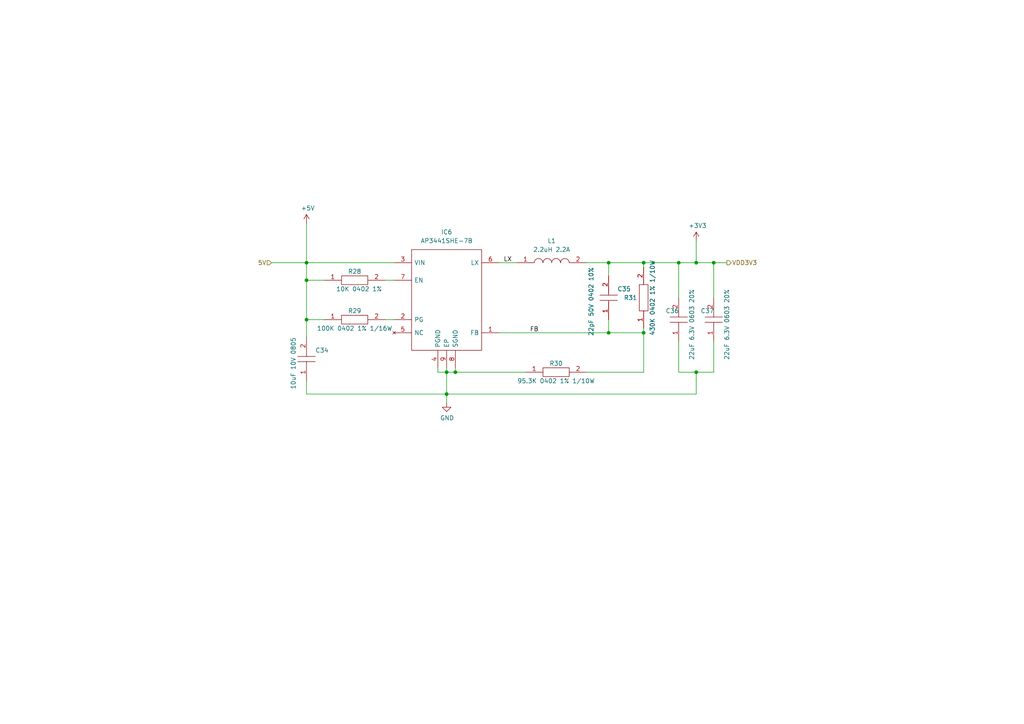
<source format=kicad_sch>
(kicad_sch (version 20231120) (generator "eeschema") (generator_version "8.0")
  (paper "A4")
  (lib_symbols
    (symbol "global_lib:1239AS-H-2R2M=P2" (pin_names (offset 0.762))
      (property "Reference" "L" (at 16.51 6.35 0))
      (property "Value" "1239AS-H-2R2M=P2" (at 16.51 3.81 0))
      (symbol "1239AS-H-2R2M=P2_0_0"
        (pin passive line (at 0 0 0) (length 5.08) (name "~") (number "1"))
        (pin passive line (at 20.32 0 180) (length 5.08) (name "~") (number "2"))
      )
      (symbol "1239AS-H-2R2M=P2_0_1"
        (arc (start 7.62 0) (mid 6.35 1.2202) (end 5.08 0) (stroke (width 0.1524)))
        (arc (start 10.16 0) (mid 8.89 1.2202) (end 7.62 0) (stroke (width 0.1524)))
        (arc (start 12.7 0) (mid 11.43 1.2202) (end 10.16 0) (stroke (width 0.1524)))
        (arc (start 15.24 0) (mid 13.97 1.2202) (end 12.7 0) (stroke (width 0.1524)))
      )
    )
    (symbol "global_lib:AC0402FR-0710KL" (pin_names (offset 0.762))
      (property "Reference" "R" (at 13.97 6.35 0))
      (property "Value" "AC0402FR-0710KL" (at 13.97 3.81 0))
      (symbol "AC0402FR-0710KL_0_0"
        (pin passive line (at 0 0 0) (length 5.08) (name "~") (number "1"))
        (pin passive line (at 17.78 0 180) (length 5.08) (name "~") (number "2"))
      )
      (symbol "AC0402FR-0710KL_0_1"
        (polyline (pts (xy 5.08 1.27) (xy 12.7 1.27) (xy 12.7 -1.27) (xy 5.08 -1.27) (xy 5.08 1.27)) (stroke (width 0.1524)))
      )
    )
    (symbol "global_lib:AP3441SHE-7B" (pin_names (offset 0.762))
      (property "Reference" "IC" (at 26.67 7.62 0))
      (property "Value" "AP3441SHE-7B" (at 26.67 5.08 0))
      (symbol "AP3441SHE-7B_0_0"
        (pin passive line (at 30.48 -10.16 180) (length 5.08) (name "FB") (number "1"))
        (pin passive line (at 0 -6.35 0) (length 5.08) (name "PG") (number "2"))
        (pin passive line (at 0 10.16 0) (length 5.08) (name "VIN") (number "3"))
        (pin passive line (at 12.7 -20.32 90) (length 5.08) (name "PGND") (number "4"))
        (pin no_connect line (at 0 -10.16 0) (length 5.08) (name "NC") (number "5"))
        (pin passive line (at 30.48 10.16 180) (length 5.08) (name "LX") (number "6"))
        (pin passive line (at 0 5.08 0) (length 5.08) (name "EN") (number "7"))
        (pin passive line (at 17.78 -20.32 90) (length 5.08) (name "SGND") (number "8"))
        (pin passive line (at 15.24 -20.32 90) (length 5.08) (name "EP") (number "9"))
      )
      (symbol "AP3441SHE-7B_0_1"
        (polyline (pts (xy 5.08 13.97) (xy 25.4 13.97) (xy 25.4 -15.24) (xy 5.08 -15.24) (xy 5.08 13.97)) (stroke (width 0.1524)))
      )
    )
    (symbol "global_lib:C0402C220K5RACTU" (pin_names (offset 0.762))
      (property "Reference" "C" (at 8.89 6.35 0))
      (property "Value" "C0402C220K5RACTU" (at 8.89 3.81 0))
      (symbol "C0402C220K5RACTU_0_0"
        (pin passive line (at 0 0 0) (length 5.08) (name "~") (number "1"))
        (pin passive line (at 12.7 0 180) (length 5.08) (name "~") (number "2"))
      )
      (symbol "C0402C220K5RACTU_0_1"
        (polyline (pts (xy 5.08 0) (xy 5.588 0)) (stroke (width 0.1524)))
        (polyline (pts (xy 5.588 2.54) (xy 5.588 -2.54)) (stroke (width 0.1524)))
        (polyline (pts (xy 7.112 0) (xy 7.62 0)) (stroke (width 0.1524)))
        (polyline (pts (xy 7.112 2.54) (xy 7.112 -2.54)) (stroke (width 0.1524)))
      )
    )
    (symbol "global_lib:ERJ-U02F4303X" (pin_names (offset 0.762))
      (property "Reference" "R" (at 13.97 6.35 0))
      (property "Value" "ERJ-U02F4303X" (at 13.97 3.81 0))
      (symbol "ERJ-U02F4303X_0_0"
        (pin passive line (at 0 0 0) (length 5.08) (name "~") (number "1"))
        (pin passive line (at 17.78 0 180) (length 5.08) (name "~") (number "2"))
      )
      (symbol "ERJ-U02F4303X_0_1"
        (polyline (pts (xy 5.08 1.27) (xy 12.7 1.27) (xy 12.7 -1.27) (xy 5.08 -1.27) (xy 5.08 1.27)) (stroke (width 0.1524)))
      )
    )
    (symbol "global_lib:ERJ-U02F9532X" (pin_names (offset 0.762))
      (property "Reference" "R" (at 13.97 6.35 0))
      (property "Value" "ERJ-U02F9532X" (at 13.97 3.81 0))
      (symbol "ERJ-U02F9532X_0_0"
        (pin passive line (at 0 0 0) (length 5.08) (name "~") (number "1"))
        (pin passive line (at 17.78 0 180) (length 5.08) (name "~") (number "2"))
      )
      (symbol "ERJ-U02F9532X_0_1"
        (polyline (pts (xy 5.08 1.27) (xy 12.7 1.27) (xy 12.7 -1.27) (xy 5.08 -1.27) (xy 5.08 1.27)) (stroke (width 0.1524)))
      )
    )
    (symbol "global_lib:GRM188R60J226MEA0D" (pin_names (offset 0.762))
      (property "Reference" "C" (at 8.89 6.35 0))
      (property "Value" "GRM188R60J226MEA0D" (at 8.89 3.81 0))
      (symbol "GRM188R60J226MEA0D_0_0"
        (pin passive line (at 0 0 0) (length 5.08) (name "~") (number "1"))
        (pin passive line (at 12.7 0 180) (length 5.08) (name "~") (number "2"))
      )
      (symbol "GRM188R60J226MEA0D_0_1"
        (polyline (pts (xy 5.08 0) (xy 5.588 0)) (stroke (width 0.1524)))
        (polyline (pts (xy 5.588 2.54) (xy 5.588 -2.54)) (stroke (width 0.1524)))
        (polyline (pts (xy 7.112 0) (xy 7.62 0)) (stroke (width 0.1524)))
        (polyline (pts (xy 7.112 2.54) (xy 7.112 -2.54)) (stroke (width 0.1524)))
      )
    )
    (symbol "global_lib:SFR01MZPF1003" (pin_names (offset 0.762))
      (property "Reference" "R" (at 13.97 6.35 0))
      (property "Value" "SFR01MZPF1003" (at 13.97 3.81 0))
      (symbol "SFR01MZPF1003_0_0"
        (pin passive line (at 0 0 0) (length 5.08) (name "~") (number "1"))
        (pin passive line (at 17.78 0 180) (length 5.08) (name "~") (number "2"))
      )
      (symbol "SFR01MZPF1003_0_1"
        (polyline (pts (xy 5.08 1.27) (xy 12.7 1.27) (xy 12.7 -1.27) (xy 5.08 -1.27) (xy 5.08 1.27)) (stroke (width 0.1524)))
      )
    )
    (symbol "my_cap:LMK212ABJ106KG8T" (pin_names (offset 0.762))
      (property "Reference" "C" (at 8.89 6.35 0))
      (property "Value" "LMK212ABJ106KG8T" (at 8.89 3.81 0))
      (symbol "LMK212ABJ106KG8T_0_0"
        (pin passive line (at 0 0 0) (length 5.08) (name "~") (number "1"))
        (pin passive line (at 12.7 0 180) (length 5.08) (name "~") (number "2"))
      )
      (symbol "LMK212ABJ106KG8T_0_1"
        (polyline (pts (xy 5.08 0) (xy 5.588 0)) (stroke (width 0.1524)))
        (polyline (pts (xy 5.588 2.54) (xy 5.588 -2.54)) (stroke (width 0.1524)))
        (polyline (pts (xy 7.112 0) (xy 7.62 0)) (stroke (width 0.1524)))
        (polyline (pts (xy 7.112 2.54) (xy 7.112 -2.54)) (stroke (width 0.1524)))
      )
    )
    (symbol "power:+3V3" (power) (pin_names (offset 0))
      (property "Value" "+3V3" (at 0 3.556 0))
      (symbol "+3V3_0_1"
        (polyline (pts (xy -0.762 1.27) (xy 0 2.54)))
        (polyline (pts (xy 0 0) (xy 0 2.54)))
        (polyline (pts (xy 0 2.54) (xy 0.762 1.27)))
      )
      (symbol "+3V3_1_1"
        (pin power_in line (at 0 0 90) (length 0) hide (name "+3V3") (number "1"))
      )
    )
    (symbol "power:+5V" (power) (pin_names (offset 0))
      (property "Value" "+5V" (at 0 3.556 0))
      (symbol "+5V_0_1"
        (polyline (pts (xy -0.762 1.27) (xy 0 2.54)))
        (polyline (pts (xy 0 0) (xy 0 2.54)))
        (polyline (pts (xy 0 2.54) (xy 0.762 1.27)))
      )
      (symbol "+5V_1_1"
        (pin power_in line (at 0 0 90) (length 0) hide (name "+5V") (number "1"))
      )
    )
    (symbol "power:GND" (power) (pin_names (offset 0))
      (property "Value" "GND" (at 0 -3.81 0))
      (symbol "GND_0_1"
        (polyline (pts (xy 0 0) (xy 0 -1.27) (xy 1.27 -1.27) (xy 0 -2.54) (xy -1.27 -1.27) (xy 0 -1.27)))
      )
      (symbol "GND_1_1"
        (pin power_in line (at 0 0 270) (length 0) hide (name "GND") (number "1"))
      )
    )
  )
  (junction (at 186.69 96.52))
  (junction (at 176.53 76.2))
  (junction (at 201.93 107.95))
  (junction (at 88.9 81.28))
  (junction (at 176.53 96.52))
  (junction (at 132.08 107.95))
  (junction (at 88.9 92.71))
  (junction (at 186.69 76.2))
  (junction (at 207.01 76.2))
  (junction (at 129.54 107.95))
  (junction (at 129.54 114.3))
  (junction (at 201.93 76.2))
  (junction (at 196.85 76.2))
  (junction (at 88.9 76.2))
  (wire (pts (xy 129.54 114.3) (xy 129.54 116.84)))
  (wire (pts (xy 93.98 81.28) (xy 88.9 81.28)))
  (wire (pts (xy 144.78 96.52) (xy 176.53 96.52)))
  (wire (pts (xy 111.76 81.28) (xy 114.3 81.28)))
  (wire (pts (xy 196.85 76.2) (xy 201.93 76.2)))
  (wire (pts (xy 201.93 107.95) (xy 196.85 107.95)))
  (wire (pts (xy 78.74 76.2) (xy 88.9 76.2)))
  (wire (pts (xy 186.69 76.2) (xy 196.85 76.2)))
  (wire (pts (xy 132.08 107.95) (xy 152.4 107.95)))
  (wire (pts (xy 201.93 107.95) (xy 207.01 107.95)))
  (wire (pts (xy 88.9 64.77) (xy 88.9 76.2)))
  (wire (pts (xy 196.85 86.36) (xy 196.85 76.2)))
  (wire (pts (xy 207.01 86.36) (xy 207.01 76.2)))
  (wire (pts (xy 207.01 107.95) (xy 207.01 99.06)))
  (wire (pts (xy 207.01 76.2) (xy 210.82 76.2)))
  (wire (pts (xy 196.85 107.95) (xy 196.85 99.06)))
  (wire (pts (xy 186.69 77.47) (xy 186.69 76.2)))
  (wire (pts (xy 88.9 110.49) (xy 88.9 114.3)))
  (wire (pts (xy 88.9 92.71) (xy 88.9 97.79)))
  (wire (pts (xy 88.9 76.2) (xy 114.3 76.2)))
  (wire (pts (xy 186.69 96.52) (xy 186.69 95.25)))
  (wire (pts (xy 129.54 107.95) (xy 132.08 107.95)))
  (wire (pts (xy 170.18 76.2) (xy 176.53 76.2)))
  (wire (pts (xy 186.69 107.95) (xy 170.18 107.95)))
  (wire (pts (xy 176.53 96.52) (xy 186.69 96.52)))
  (wire (pts (xy 127 107.95) (xy 129.54 107.95)))
  (wire (pts (xy 176.53 76.2) (xy 186.69 76.2)))
  (wire (pts (xy 129.54 106.68) (xy 129.54 107.95)))
  (wire (pts (xy 129.54 107.95) (xy 129.54 114.3)))
  (wire (pts (xy 144.78 76.2) (xy 149.86 76.2)))
  (wire (pts (xy 88.9 92.71) (xy 88.9 81.28)))
  (wire (pts (xy 201.93 76.2) (xy 207.01 76.2)))
  (wire (pts (xy 127 106.68) (xy 127 107.95)))
  (wire (pts (xy 186.69 96.52) (xy 186.69 107.95)))
  (wire (pts (xy 129.54 114.3) (xy 201.93 114.3)))
  (wire (pts (xy 176.53 92.71) (xy 176.53 96.52)))
  (wire (pts (xy 201.93 69.85) (xy 201.93 76.2)))
  (wire (pts (xy 111.76 92.71) (xy 114.3 92.71)))
  (wire (pts (xy 176.53 80.01) (xy 176.53 76.2)))
  (wire (pts (xy 88.9 81.28) (xy 88.9 76.2)))
  (wire (pts (xy 129.54 114.3) (xy 88.9 114.3)))
  (wire (pts (xy 201.93 114.3) (xy 201.93 107.95)))
  (wire (pts (xy 132.08 106.68) (xy 132.08 107.95)))
  (wire (pts (xy 93.98 92.71) (xy 88.9 92.71)))
  (label "FB" (at 153.67 96.52 0))
  (label "LX" (at 146.05 76.2 0))
  (hierarchical_label "VDD3V3" (shape output) (at 210.82 76.2 0))
  (hierarchical_label "5V" (shape input) (at 78.74 76.2 180))
  (symbol (lib_id "power:+5V") (at 88.9 64.77 0) (unit 1)
    (property "Reference" "#PWR034" (effects (hide yes)))
    (property "Value" "+5V" (at 89.281 60.3758 0))
  )
  (symbol (lib_id "power:+3V3") (at 201.93 69.85 0) (unit 1)
    (property "Reference" "#PWR036" (effects (hide yes)))
    (property "Value" "+3V3" (at 202.311 65.4558 0))
  )
  (symbol (lib_id "power:GND") (at 129.54 116.84 0) (unit 1)
    (property "Reference" "#PWR035" (effects (hide yes)))
    (property "Value" "GND" (at 129.667 121.2342 0))
  )
  (symbol (lib_id "global_lib:GRM188R60J226MEA0D") (at 196.85 99.06 90) (unit 1)
    (property "Reference" "C36" (at 193.04 90.17 90) (effects (justify right)))
    (property "Value" "22uF 6.3V 0603 20%" (at 200.66 83.82 0) (effects (justify right)))
    (property "Footprint" "C_0603_1608Metric" (effects (hide yes)))
    (property "Datasheet" "https://psearch.en.murata.com/capacitor/product/GRM188R60J226MEA0%23.html" (effects (hide yes)))
    (property "Description" "Multilayer Ceramic Capacitors MLCC - SMD/SMT 0603 22uF 6.3volts *Derate Voltage/Temp" (effects (hide yes)))
    (property "Height" "0.9" (effects (hide yes)))
    (property "Manufacturer_Name" "Murata Electronics" (effects (hide yes)))
    (property "Manufacturer_Part_Number" "GRM188R60J226MEA0D" (effects (hide yes)))
    (property "Mouser Part Number" "81-GRM188R60J226ME0D" (effects (hide yes)))
    (property "Mouser Price/Stock" "https://www.mouser.co.uk/ProductDetail/Murata-Electronics/GRM188R60J226MEA0D?qs=p%2FZgMVRdWRkAKoLX3oNjgw%3D%3D" (effects (hide yes)))
    (property "Arrow Part Number" "GRM188R60J226MEA0D" (effects (hide yes)))
    (property "Arrow Price/Stock" "https://www.arrow.com/en/products/grm188r60j226mea0d/murata-manufacturing?region=nac" (effects (hide yes)))
  )
  (symbol (lib_id "my_cap:LMK212ABJ106KG8T") (at 88.9 110.49 90) (unit 1)
    (property "Reference" "C34" (at 91.44 101.6 90) (effects (justify right)))
    (property "Value" "10uF 10V 0805" (at 85.09 97.79 0) (effects (justify right)))
    (property "Footprint" "C_0805_2012Metric" (effects (hide yes)))
    (property "Datasheet" "https://www.mouser.mx/datasheet/2/396/mlcc06_hq_AUTO_e-1901145.pdf" (effects (hide yes)))
    (property "Description" "Multilayer Ceramic Capacitors MLCC - SMD/SMT 0805 10VDC 10uF 10% X5R" (effects (hide yes)))
    (property "Height" "1.35" (effects (hide yes)))
    (property "Manufacturer_Name" "TAIYO YUDEN" (effects (hide yes)))
    (property "Manufacturer_Part_Number" "LMK212ABJ106KG8T" (effects (hide yes)))
    (property "Mouser Part Number" "963-LMK212ABJ106KG8T" (effects (hide yes)))
    (property "Mouser Price/Stock" "https://www.mouser.co.uk/ProductDetail/Taiyo-Yuden/LMK212ABJ106KG8T?qs=DPoM0jnrROXr%252BNWMCZEUdQ%3D%3D" (effects (hide yes)))
  )
  (symbol (lib_id "global_lib:GRM188R60J226MEA0D") (at 207.01 99.06 90) (unit 1)
    (property "Reference" "C37" (at 203.2 90.17 90) (effects (justify right)))
    (property "Value" "22uF 6.3V 0603 20%" (at 210.82 83.82 0) (effects (justify right)))
    (property "Footprint" "C_0603_1608Metric" (effects (hide yes)))
    (property "Datasheet" "https://psearch.en.murata.com/capacitor/product/GRM188R60J226MEA0%23.html" (effects (hide yes)))
    (property "Description" "Multilayer Ceramic Capacitors MLCC - SMD/SMT 0603 22uF 6.3volts *Derate Voltage/Temp" (effects (hide yes)))
    (property "Height" "0.9" (effects (hide yes)))
    (property "Manufacturer_Name" "Murata Electronics" (effects (hide yes)))
    (property "Manufacturer_Part_Number" "GRM188R60J226MEA0D" (effects (hide yes)))
    (property "Mouser Part Number" "81-GRM188R60J226ME0D" (effects (hide yes)))
    (property "Mouser Price/Stock" "https://www.mouser.co.uk/ProductDetail/Murata-Electronics/GRM188R60J226MEA0D?qs=p%2FZgMVRdWRkAKoLX3oNjgw%3D%3D" (effects (hide yes)))
    (property "Arrow Part Number" "GRM188R60J226MEA0D" (effects (hide yes)))
    (property "Arrow Price/Stock" "https://www.arrow.com/en/products/grm188r60j226mea0d/murata-manufacturing?region=nac" (effects (hide yes)))
  )
  (symbol (lib_id "global_lib:AP3441SHE-7B") (at 114.3 86.36 0) (unit 1)
    (property "Reference" "IC6" (at 129.54 67.31 0))
    (property "Value" "AP3441SHE-7B" (at 129.54 69.85 0))
    (property "Footprint" "SON50P201X201X60-9N-D" (effects (hide yes)))
    (property "Datasheet" "https://www.diodes.com/assets/Datasheets/AP3441-L.pdf" (effects (hide yes)))
    (property "Description" "Switching Voltage Regulators DCDC Conv LV Buck" (effects (hide yes)))
    (property "Height" "0.6" (effects (hide yes)))
    (property "Manufacturer_Name" "Diodes Inc." (effects (hide yes)))
    (property "Manufacturer_Part_Number" "AP3441SHE-7B" (effects (hide yes)))
    (property "Mouser Part Number" "621-AP3441SHE-7B" (effects (hide yes)))
    (property "Mouser Price/Stock" "https://www.mouser.co.uk/ProductDetail/Diodes-Incorporated/AP3441SHE-7B?qs=wUXugUrL1qwsM8sMU6r4Ag%3D%3D" (effects (hide yes)))
  )
  (symbol (lib_id "global_lib:C0402C220K5RACTU") (at 176.53 92.71 90) (unit 1)
    (property "Reference" "C35" (at 179.07 83.82 90) (effects (justify right)))
    (property "Value" "22pF 50V 0402 10%" (at 171.45 77.47 0) (effects (justify right)))
    (property "Footprint" "C_0402_1005Metric" (effects (hide yes)))
    (property "Datasheet" "https://content.kemet.com/datasheets/KEM_C1002_X7R_SMD.pdf" (effects (hide yes)))
    (property "Description" "Multilayer Ceramic Capacitors MLCC - SMD/SMT 50V 22pF X7R 0402 0.1" (effects (hide yes)))
    (property "Height" "0.55" (effects (hide yes)))
    (property "Manufacturer_Name" "Kemet" (effects (hide yes)))
    (property "Manufacturer_Part_Number" "C0402C220K5RACTU" (effects (hide yes)))
    (property "Mouser Part Number" "80-C0402C220K5RACTU" (effects (hide yes)))
    (property "Mouser Price/Stock" "https://www.mouser.co.uk/ProductDetail/KEMET/C0402C220K5RACTU?qs=Em4Ro3wiPJgdnID6FiQp3A%3D%3D" (effects (hide yes)))
    (property "Arrow Part Number" "C0402C220K5RACTU" (effects (hide yes)))
    (property "Arrow Price/Stock" "https://www.arrow.com/en/products/c0402c220k5ractu/kemet-corporation?region=nac" (effects (hide yes)))
  )
  (symbol (lib_id "global_lib:ERJ-U02F4303X") (at 186.69 95.25 90) (unit 1)
    (property "Reference" "R31" (at 182.88 86.36 90))
    (property "Value" "430K 0402 1% 1/10W" (at 189.23 86.36 0))
    (property "Footprint" "R_0402_1005Metric" (effects (hide yes)))
    (property "Datasheet" "https://industrial.panasonic.com/cdbs/www-data/pdf/RDP0000/AOA0000C334.pdf" (effects (hide yes)))
    (property "Description" "Anti-Sulfurated Thick Film Chip Resistor, 0402, 0.1W" (effects (hide yes)))
    (property "Height" "0.4" (effects (hide yes)))
    (property "Manufacturer_Name" "Panasonic" (effects (hide yes)))
    (property "Manufacturer_Part_Number" "ERJ-U02F4303X" (effects (hide yes)))
  )
  (symbol (lib_id "global_lib:1239AS-H-2R2M=P2") (at 149.86 76.2 0) (unit 1)
    (property "Reference" "L1" (at 160.02 69.85 0))
    (property "Value" "2.2uH 2.2A" (at 160.02 72.39 0))
    (property "Footprint" "DFE2HCAH1R0MJ0L" (effects (hide yes)))
    (property "Datasheet" "https://psearch.en.murata.com/inductor/product/1239AS-H-2R2M%23.html" (effects (hide yes)))
    (property "Description" "DFE252012C Series Inductor 2.2uH +/-20% 1008 (2520)" (effects (hide yes)))
    (property "Height" "1.2" (effects (hide yes)))
    (property "Manufacturer_Name" "Murata Electronics" (effects (hide yes)))
    (property "Manufacturer_Part_Number" "1239AS-H-2R2M=P2" (effects (hide yes)))
    (property "Mouser Part Number" "81-1239AS-H-2R2MP2" (effects (hide yes)))
    (property "Mouser Price/Stock" "https://www.mouser.co.uk/ProductDetail/Murata-Electronics/1239AS-H-2R2M%3dP2?qs=KuGPmAKtFKVJBsDE%2Fj0xzA%3D%3D" (effects (hide yes)))
    (property "Arrow Part Number" "1239AS-H-2R2M=P2" (effects (hide yes)))
    (property "Arrow Price/Stock" "https://www.arrow.com/en/products/1239as-h-2r2mp2/murata-manufacturing?region=nac" (effects (hide yes)))
  )
  (symbol (lib_id "global_lib:AC0402FR-0710KL") (at 93.98 81.28 0) (unit 1)
    (property "Reference" "R28" (at 102.87 78.74 0))
    (property "Value" "10K 0402 1%" (at 104.14 83.82 0))
    (property "Footprint" "R_0402_1005Metric" (effects (hide yes)))
    (property "Datasheet" "https://www.yageo.com/upload/media/product/productsearch/datasheet/rchip/PYu-AC_51_RoHS_L_7.pdf" (effects (hide yes)))
    (property "Description" "Yageo 10k, 0402 Thick Film Resistor 1% 0.0625W - AC0402FR-0710KL" (effects (hide yes)))
    (property "Height" "0.37" (effects (hide yes)))
    (property "Manufacturer_Name" "YAGEO (PHYCOMP)" (effects (hide yes)))
    (property "Manufacturer_Part_Number" "AC0402FR-0710KL" (effects (hide yes)))
    (property "Mouser Part Number" "603-AC0402FR-0710KL" (effects (hide yes)))
    (property "Mouser Price/Stock" "https://www.mouser.co.uk/ProductDetail/Yageo/AC0402FR-0710KL?qs=yhV1fb9g%2FKYkR5U3B7upEQ%3D%3D" (effects (hide yes)))
    (property "Arrow Part Number" "AC0402FR-0710KL" (effects (hide yes)))
    (property "Arrow Price/Stock" "https://www.arrow.com/en/products/ac0402fr-0710kl/yageo" (effects (hide yes)))
  )
  (symbol (lib_id "global_lib:ERJ-U02F9532X") (at 152.4 107.95 0) (unit 1)
    (property "Reference" "R30" (at 161.29 105.41 0))
    (property "Value" "95.3K 0402 1% 1/10W" (at 161.29 110.49 0))
    (property "Footprint" "R_0402_1005Metric" (effects (hide yes)))
    (property "Datasheet" "https://industrial.panasonic.com/cdbs/www-data/pdf/RDP0000/AOA0000C334.pdf" (effects (hide yes)))
    (property "Description" "Anti-Sulfurated Thick Film Chip Resistor, 0402, 0.1W" (effects (hide yes)))
    (property "Height" "0.4" (effects (hide yes)))
    (property "Manufacturer_Name" "Panasonic" (effects (hide yes)))
    (property "Manufacturer_Part_Number" "ERJ-U02F9532X" (effects (hide yes)))
    (property "Mouser Part Number" "667-ERJ-U02F9532X" (effects (hide yes)))
    (property "Mouser Price/Stock" "https://www.mouser.co.uk/ProductDetail/Panasonic/ERJ-U02F9532X?qs=CBysBIMljthB2IL%2FnqHiBA%3D%3D" (effects (hide yes)))
  )
  (symbol (lib_id "global_lib:SFR01MZPF1003") (at 93.98 92.71 0) (unit 1)
    (property "Reference" "R29" (at 102.87 90.17 0))
    (property "Value" "100K 0402 1% 1/16W" (at 102.87 95.25 0))
    (property "Footprint" "R_0402_1005Metric" (effects (hide yes)))
    (property "Datasheet" "https://fscdn.rohm.com/en/products/databook/datasheet/passive/resistor/chip_resistor/sfr-e.pdf" (effects (hide yes)))
    (property "Description" "Thick Film Resistors - SMD 0402 100Kohm 1% Anti-Sulfur AEC-Q200" (effects (hide yes)))
    (property "Height" "0.4" (effects (hide yes)))
    (property "Manufacturer_Name" "ROHM Semiconductor" (effects (hide yes)))
    (property "Manufacturer_Part_Number" "SFR01MZPF1003" (effects (hide yes)))
    (property "Mouser Part Number" "755-SFR01MZPF1003" (effects (hide yes)))
    (property "Mouser Price/Stock" "https://www.mouser.co.uk/ProductDetail/ROHM-Semiconductor/SFR01MZPF1003?qs=Mv7BduZupUj2RFL5gMaKTg%3D%3D" (effects (hide yes)))
  )
)
</source>
